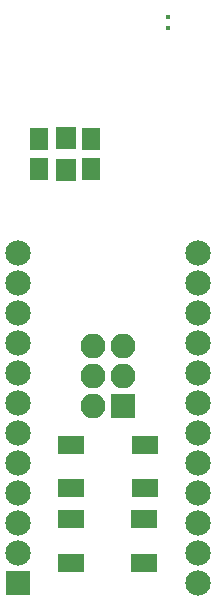
<source format=gbr>
G04 #@! TF.FileFunction,Soldermask,Bot*
%FSLAX46Y46*%
G04 Gerber Fmt 4.6, Leading zero omitted, Abs format (unit mm)*
G04 Created by KiCad (PCBNEW 4.0.7) date 04/07/18 09:58:43*
%MOMM*%
%LPD*%
G01*
G04 APERTURE LIST*
%ADD10C,0.100000*%
%ADD11R,2.200000X1.500000*%
%ADD12R,2.152600X2.152600*%
%ADD13C,2.152600*%
%ADD14R,1.650000X1.900000*%
%ADD15C,0.402000*%
%ADD16R,1.700000X1.900000*%
%ADD17R,2.100000X2.100000*%
%ADD18O,2.100000X2.100000*%
G04 APERTURE END LIST*
D10*
D11*
X106131500Y-144145000D03*
X112331500Y-144145000D03*
X106131500Y-140445000D03*
X112331500Y-140445000D03*
D12*
X101600000Y-152146000D03*
D13*
X101600000Y-149606000D03*
X101600000Y-147066000D03*
X101600000Y-144526000D03*
X101600000Y-141986000D03*
X101600000Y-139446000D03*
X101600000Y-136906000D03*
X101600000Y-134366000D03*
X101600000Y-131826000D03*
X101600000Y-129286000D03*
X101600000Y-126746000D03*
X101600000Y-124206000D03*
X116840000Y-124206000D03*
X116840000Y-126746000D03*
X116840000Y-129286000D03*
X116840000Y-131826000D03*
X116840000Y-134366000D03*
X116840000Y-136906000D03*
X116840000Y-139446000D03*
X116840000Y-141986000D03*
X116840000Y-144526000D03*
X116840000Y-147066000D03*
X116840000Y-149606000D03*
X116840000Y-152146000D03*
D14*
X103378000Y-114594000D03*
X103378000Y-117094000D03*
D15*
X114300000Y-104256000D03*
X114300000Y-105156000D03*
X114300000Y-105156000D03*
X114300000Y-104256000D03*
D16*
X105664000Y-114521000D03*
X105664000Y-117221000D03*
D11*
X112320000Y-146740000D03*
X106120000Y-146740000D03*
X112320000Y-150440000D03*
X106120000Y-150440000D03*
D17*
X110490000Y-137160000D03*
D18*
X107950000Y-137160000D03*
X110490000Y-134620000D03*
X107950000Y-134620000D03*
X110490000Y-132080000D03*
X107950000Y-132080000D03*
D14*
X107823000Y-114594000D03*
X107823000Y-117094000D03*
M02*

</source>
